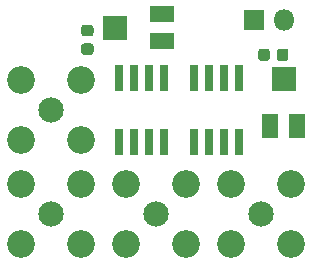
<source format=gbr>
%TF.GenerationSoftware,KiCad,Pcbnew,(5.1.6)-1*%
%TF.CreationDate,2020-09-06T17:04:42-07:00*%
%TF.ProjectId,frontendtest,66726f6e-7465-46e6-9474-6573742e6b69,rev?*%
%TF.SameCoordinates,Original*%
%TF.FileFunction,Soldermask,Top*%
%TF.FilePolarity,Negative*%
%FSLAX46Y46*%
G04 Gerber Fmt 4.6, Leading zero omitted, Abs format (unit mm)*
G04 Created by KiCad (PCBNEW (5.1.6)-1) date 2020-09-06 17:04:42*
%MOMM*%
%LPD*%
G01*
G04 APERTURE LIST*
%ADD10C,2.350000*%
%ADD11C,2.150000*%
%ADD12O,1.800000X1.800000*%
%ADD13R,1.800000X1.800000*%
%ADD14R,0.700000X2.300000*%
%ADD15R,2.100000X1.400000*%
%ADD16R,2.100000X2.100000*%
%ADD17R,1.400000X2.100000*%
G04 APERTURE END LIST*
%TO.C,R1*%
G36*
G01*
X94696000Y-113764750D02*
X94696000Y-114327250D01*
G75*
G02*
X94452250Y-114571000I-243750J0D01*
G01*
X93964750Y-114571000D01*
G75*
G02*
X93721000Y-114327250I0J243750D01*
G01*
X93721000Y-113764750D01*
G75*
G02*
X93964750Y-113521000I243750J0D01*
G01*
X94452250Y-113521000D01*
G75*
G02*
X94696000Y-113764750I0J-243750D01*
G01*
G37*
G36*
G01*
X96271000Y-113764750D02*
X96271000Y-114327250D01*
G75*
G02*
X96027250Y-114571000I-243750J0D01*
G01*
X95539750Y-114571000D01*
G75*
G02*
X95296000Y-114327250I0J243750D01*
G01*
X95296000Y-113764750D01*
G75*
G02*
X95539750Y-113521000I243750J0D01*
G01*
X96027250Y-113521000D01*
G75*
G02*
X96271000Y-113764750I0J-243750D01*
G01*
G37*
%TD*%
%TO.C,C1*%
G36*
G01*
X79529250Y-112476000D02*
X78966750Y-112476000D01*
G75*
G02*
X78723000Y-112232250I0J243750D01*
G01*
X78723000Y-111744750D01*
G75*
G02*
X78966750Y-111501000I243750J0D01*
G01*
X79529250Y-111501000D01*
G75*
G02*
X79773000Y-111744750I0J-243750D01*
G01*
X79773000Y-112232250D01*
G75*
G02*
X79529250Y-112476000I-243750J0D01*
G01*
G37*
G36*
G01*
X79529250Y-114051000D02*
X78966750Y-114051000D01*
G75*
G02*
X78723000Y-113807250I0J243750D01*
G01*
X78723000Y-113319750D01*
G75*
G02*
X78966750Y-113076000I243750J0D01*
G01*
X79529250Y-113076000D01*
G75*
G02*
X79773000Y-113319750I0J-243750D01*
G01*
X79773000Y-113807250D01*
G75*
G02*
X79529250Y-114051000I-243750J0D01*
G01*
G37*
%TD*%
D10*
%TO.C,J5*%
X82550000Y-130048000D03*
X82550000Y-124968000D03*
X87630000Y-124968000D03*
X87630000Y-130048000D03*
D11*
X85090000Y-127508000D03*
%TD*%
D12*
%TO.C,J2*%
X95885000Y-111125000D03*
D13*
X93345000Y-111125000D03*
%TD*%
D14*
%TO.C,U2*%
X92075000Y-121445000D03*
X92075000Y-116045000D03*
X90805000Y-121445000D03*
X90805000Y-116045000D03*
X89535000Y-121445000D03*
X89535000Y-116045000D03*
X88265000Y-121445000D03*
X88265000Y-116045000D03*
%TD*%
%TO.C,U1*%
X85725000Y-121445000D03*
X85725000Y-116045000D03*
X84455000Y-121445000D03*
X84455000Y-116045000D03*
X83185000Y-121445000D03*
X83185000Y-116045000D03*
X81915000Y-121445000D03*
X81915000Y-116045000D03*
%TD*%
D10*
%TO.C,J4*%
X91440000Y-130048000D03*
X91440000Y-124968000D03*
X96520000Y-124968000D03*
X96520000Y-130048000D03*
D11*
X93980000Y-127508000D03*
%TD*%
D10*
%TO.C,J3*%
X73660000Y-130048000D03*
X73660000Y-124968000D03*
X78740000Y-124968000D03*
X78740000Y-130048000D03*
D11*
X76200000Y-127508000D03*
%TD*%
D10*
%TO.C,J1*%
X73660000Y-121285000D03*
X73660000Y-116205000D03*
X78740000Y-116205000D03*
X78740000Y-121285000D03*
D11*
X76200000Y-118745000D03*
%TD*%
D15*
%TO.C,1M1*%
X85566000Y-110610000D03*
D16*
X81566000Y-111760000D03*
D15*
X85566000Y-112910000D03*
%TD*%
D17*
%TO.C,100k1*%
X97035000Y-120110000D03*
D16*
X95885000Y-116110000D03*
D17*
X94735000Y-120110000D03*
%TD*%
M02*

</source>
